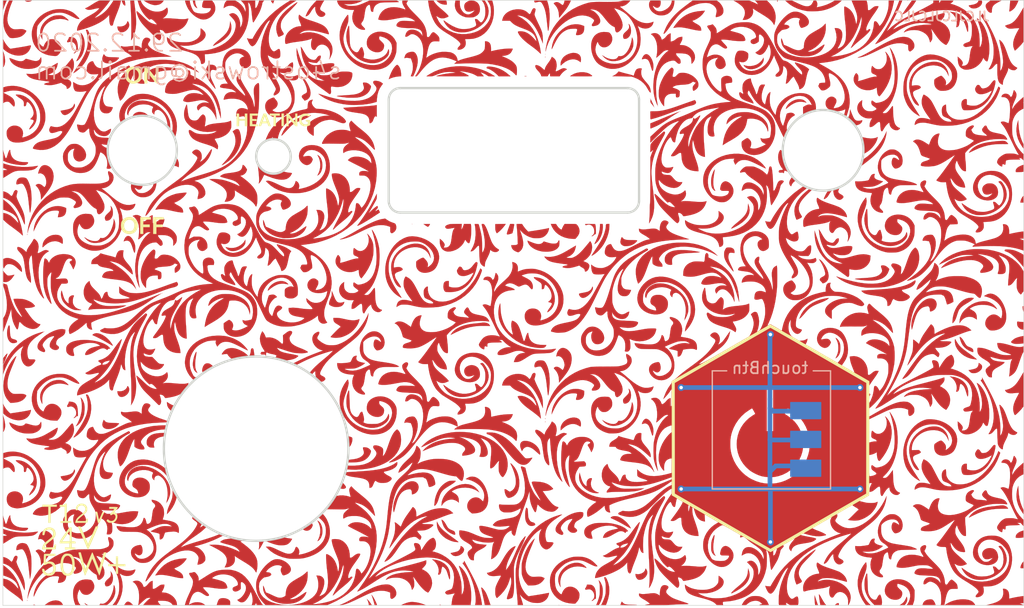
<source format=kicad_pcb>
(kicad_pcb (version 20221018) (generator pcbnew)
  (layers (0 "F.Cu" signal "Top") (31 "B.Cu" signal "Bottom") (34 "B.Paste" user) (35 "F.Paste" user) (36 "B.SilkS" user "B.Silkscreen") (37 "F.SilkS" user "F.Silkscreen") (38 "B.Mask" user) (39 "F.Mask" user) (44 "Edge.Cuts" user))
  (net 0 "")
  (footprint "_Front:front_silk" (layer "F.Cu") (at 50 102.6)
    (fp_text reference "G***" hide)
    (fp_text value "LOGO" hide)
  )
  (footprint "_Front:front" (layer "F.Cu") (at 50 102.6)
    (fp_text reference "G***" hide)
    (fp_text value "LOGO" hide)
  )
  (gr_poly (pts (xy 120.9 91.4) (xy 118.3 91.4) (xy 118.3 90) (xy 120.9 90)) (stroke (width 0.1)) (fill solid) (layer "B.Cu"))
  (gr_poly (pts (xy 120.9 88.9) (xy 118.3 88.9) (xy 118.3 87.5) (xy 120.9 87.5)) (stroke (width 0.1)) (fill solid) (layer "B.Cu"))
  (gr_poly (pts (xy 120.9 86.4) (xy 118.3 86.4) (xy 118.3 85) (xy 120.9 85)) (stroke (width 0.1)) (fill solid) (layer "B.Cu"))
  (gr_line (start 121.75 92.5) (end 121.75 82.25) (stroke (width 0.12)) (layer "B.SilkS"))
  (gr_line (start 121.75 82.25) (end 120.25 82.25) (stroke (width 0.12)) (layer "B.SilkS"))
  (gr_line (start 111.5 92.5) (end 121.75 92.5) (stroke (width 0.12)) (layer "B.SilkS"))
  (gr_line (start 112.75 82.25) (end 111.5 82.25) (stroke (width 0.12)) (layer "B.SilkS"))
  (gr_line (start 111.5 82.25) (end 111.5 92.5) (stroke (width 0.12)) (layer "B.SilkS"))
  (gr_line (start 104.149781 68.515491) (end 84.449809 68.515491) (stroke (width 0.2)) (layer "Edge.Cuts"))
  (gr_arc (start 105.149781 67.515491) (mid 104.856888 68.222598) (end 104.149781 68.515491) (stroke (width 0.2)) (layer "Edge.Cuts"))
  (gr_arc (start 104.149781 57.71546) (mid 104.856888 58.008353) (end 105.149781 58.71546) (stroke (width 0.2)) (layer "Edge.Cuts"))
  (gr_arc (start 84.449809 68.515491) (mid 83.742702 68.222598) (end 83.449809 67.515491) (stroke (width 0.2)) (layer "Edge.Cuts"))
  (gr_arc (start 83.449809 58.71546) (mid 83.742702 58.008353) (end 84.449809 57.71546) (stroke (width 0.2)) (layer "Edge.Cuts"))
  (gr_circle (center 73.45559 63.64706) (end 74.95559 63.64706) (stroke (width 0.2)) (fill none) (layer "Edge.Cuts"))
  (gr_line (start 138.5 102.6) (end 50 102.6) (stroke (width 0.05)) (layer "Edge.Cuts"))
  (gr_line (start 83.449809 67.515491) (end 83.449809 58.71546) (stroke (width 0.2)) (layer "Edge.Cuts"))
  (gr_line (start 138.5 102.6) (end 138.5 50.1) (stroke (width 0.05)) (layer "Edge.Cuts"))
  (gr_line (start 138.5 50.1) (end 135.1 50.1) (stroke (width 0.05)) (layer "Edge.Cuts"))
  (gr_circle (center 62.08419 63.115482) (end 65.08419 63.115482) (stroke (width 0.2)) (fill none) (layer "Edge.Cuts"))
  (gr_line (start 105.149781 58.71546) (end 105.149781 67.515491) (stroke (width 0.2)) (layer "Edge.Cuts"))
  (gr_line (start 84.449809 57.71546) (end 104.149781 57.71546) (stroke (width 0.2)) (layer "Edge.Cuts"))
  (gr_circle (center 121.109181 63.115482) (end 124.609181 63.115482) (stroke (width 0.2)) (fill none) (layer "Edge.Cuts"))
  (gr_line (start 50 50.1) (end 138.5 50.1) (stroke (width 0.05)) (layer "Edge.Cuts"))
  (gr_line (start 50 50.1) (end 50 102.6) (stroke (width 0.05)) (layer "Edge.Cuts"))
  (gr_circle (center 71.955768 89) (end 79.955768 89) (stroke (width 0.2)) (fill none) (layer "Edge.Cuts"))
  (gr_text "29.12.2020\ns4ostrowski@gmail.com" (at 52.7 55) (layer "B.SilkS") (effects (font (size 1.5 1.5)) (justify right mirror)))
  (gr_text "JLCJLCJLCJLC" (at 131.4 51.5) (layer "B.SilkS") (effects (font (size 0.8 0.8)) (justify mirror)))
  (gr_text "touchBtn" (at 116.5 82) (layer "B.SilkS") (effects (font (size 1 1)) (justify mirror)))
  (via (at 124.3 83.7) (size 0.6) (drill 0.3) (layers "F.Cu" "B.Cu") (net 0))
  (via (at 124.3 92.5) (size 0.6) (drill 0.3) (layers "F.Cu" "B.Cu") (net 0))
  (via (at 116.54 79.1) (size 0.6) (drill 0.3) (layers "F.Cu" "B.Cu") (net 0))
  (via (at 108.8 83.7) (size 0.6) (drill 0.3) (layers "F.Cu" "B.Cu") (net 0))
  (via (at 116.54 97.1) (size 0.6) (drill 0.3) (layers "F.Cu" "B.Cu") (net 0))
  (via (at 108.8 92.5) (size 0.6) (drill 0.3) (layers "F.Cu" "B.Cu") (net 0))
  (segment (start 116.5 83.7) (end 116.5 79.14) (width 0.4064) (layer "B.Cu") (net 0))
  (segment (start 116.5 91) (end 116.5 88.25) (width 0.4064) (layer "B.Cu") (net 0))
  (segment (start 116.5 88.25) (end 116.5 85.5) (width 0.4064) (layer "B.Cu") (net 0))
  (segment (start 116.6 92.5) (end 108.8 92.5) (width 0.4064) (layer "B.Cu") (net 0))
  (segment (start 117 90.5) (end 116.5 91) (width 0.4064) (layer "B.Cu") (net 0))
  (segment (start 116.5 79.14) (end 116.54 79.1) (width 0.4064) (layer "B.Cu") (net 0))
  (segment (start 116.5 85.5) (end 116.5 84.7) (width 0.4064) (layer "B.Cu") (net 0))
  (segment (start 116.75 85.75) (end 116.5 85.5) (width 0.4064) (layer "B.Cu") (net 0))
  (segment (start 116.5 83.7) (end 116.6 83.7) (width 0.4064) (layer "B.Cu") (net 0))
  (segment (start 108.8 83.7) (end 124.3 83.7) (width 0.4064) (layer "B.Cu") (net 0))
  (segment (start 116.5 92.2) (end 116.5 91) (width 0.4064) (layer "B.Cu") (net 0))
  (segment (start 116.54 97.1) (end 116.54 92.56) (width 0.4064) (layer "B.Cu") (net 0))
  (segment (start 124.3 92.5) (end 116.6 92.5) (width 0.4064) (layer "B.Cu") (net 0))
  (segment (start 116.54 92.56) (end 116.6 92.5) (width 0.4064) (layer "B.Cu") (net 0))
  (segment (start 119.5 85.75) (end 116.75 85.75) (width 0.4064) (layer "B.Cu") (net 0))
  (segment (start 119.25 90.5) (end 117 90.5) (width 0.4064) (layer "B.Cu") (net 0))
  (segment (start 116.5 84.7) (end 116.5 83.7) (width 0.4064) (layer "B.Cu") (net 0))
  (segment (start 119.75 88.25) (end 116.5 88.25) (width 0.4064) (layer "B.Cu") (net 0))
)
</source>
